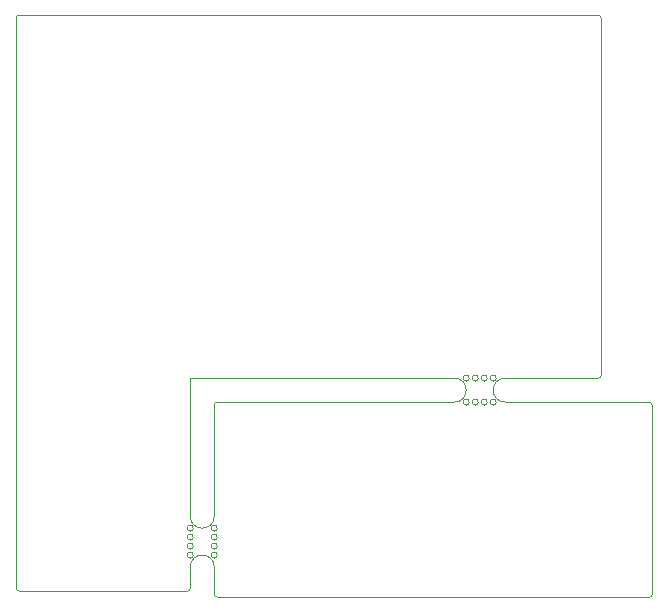
<source format=gbr>
%TF.GenerationSoftware,KiCad,Pcbnew,5.1.9*%
%TF.CreationDate,2021-03-07T20:19:58+01:00*%
%TF.ProjectId,obd32,6f626433-322e-46b6-9963-61645f706362,rev?*%
%TF.SameCoordinates,Original*%
%TF.FileFunction,Profile,NP*%
%FSLAX46Y46*%
G04 Gerber Fmt 4.6, Leading zero omitted, Abs format (unit mm)*
G04 Created by KiCad (PCBNEW 5.1.9) date 2021-03-07 20:19:58*
%MOMM*%
%LPD*%
G01*
G04 APERTURE LIST*
%TA.AperFunction,Profile*%
%ADD10C,0.050000*%
%TD*%
G04 APERTURE END LIST*
D10*
X211836000Y-105664000D02*
G75*
G03*
X211836000Y-105664000I-254000J0D01*
G01*
X211836000Y-106426000D02*
G75*
G03*
X211836000Y-106426000I-254000J0D01*
G01*
X211836000Y-107188000D02*
G75*
G03*
X211836000Y-107188000I-254000J0D01*
G01*
X211836000Y-107950000D02*
G75*
G03*
X211836000Y-107950000I-254000J0D01*
G01*
X213868000Y-105664000D02*
G75*
G03*
X213868000Y-105664000I-254000J0D01*
G01*
X213868000Y-106426000D02*
G75*
G03*
X213868000Y-106426000I-254000J0D01*
G01*
X213868000Y-107188000D02*
G75*
G03*
X213868000Y-107188000I-254000J0D01*
G01*
X213868000Y-107950000D02*
G75*
G03*
X213868000Y-107950000I-254000J0D01*
G01*
X237490000Y-94996000D02*
G75*
G03*
X237490000Y-94996000I-254000J0D01*
G01*
X236728000Y-94996000D02*
G75*
G03*
X236728000Y-94996000I-254000J0D01*
G01*
X235966000Y-94996000D02*
G75*
G03*
X235966000Y-94996000I-254000J0D01*
G01*
X235204000Y-94996000D02*
G75*
G03*
X235204000Y-94996000I-254000J0D01*
G01*
X237490000Y-92964000D02*
G75*
G03*
X237490000Y-92964000I-254000J0D01*
G01*
X236728000Y-92964000D02*
G75*
G03*
X236728000Y-92964000I-254000J0D01*
G01*
X235966000Y-92964000D02*
G75*
G03*
X235966000Y-92964000I-254000J0D01*
G01*
X235204000Y-92964000D02*
G75*
G03*
X235204000Y-92964000I-254000J0D01*
G01*
X211582000Y-92964000D02*
X211582000Y-104648000D01*
X233934000Y-92964000D02*
X211582000Y-92964000D01*
X213868000Y-94996000D02*
X233934000Y-94996000D01*
X213614000Y-104648000D02*
X213614000Y-95250000D01*
X213614000Y-104648000D02*
G75*
G02*
X211582000Y-104648000I-1016000J0D01*
G01*
X211582000Y-108966000D02*
G75*
G02*
X213614000Y-108966000I1016000J0D01*
G01*
X233934000Y-92964000D02*
G75*
G02*
X233934000Y-94996000I0J-1016000D01*
G01*
X238252000Y-94996000D02*
G75*
G02*
X238252000Y-92964000I0J1016000D01*
G01*
X250444000Y-94996000D02*
G75*
G02*
X250698000Y-95250000I0J-254000D01*
G01*
X250698000Y-111252000D02*
G75*
G02*
X250444000Y-111506000I-254000J0D01*
G01*
X213868000Y-111506000D02*
G75*
G02*
X213614000Y-111252000I0J254000D01*
G01*
X213614000Y-95250000D02*
G75*
G02*
X213868000Y-94996000I254000J0D01*
G01*
X211582000Y-110744000D02*
G75*
G02*
X211328000Y-110998000I-254000J0D01*
G01*
X197104000Y-110998000D02*
G75*
G02*
X196850000Y-110744000I0J254000D01*
G01*
X196850000Y-62484000D02*
G75*
G02*
X197104000Y-62230000I254000J0D01*
G01*
X246126000Y-62230000D02*
G75*
G02*
X246380000Y-62484000I0J-254000D01*
G01*
X246380000Y-92710000D02*
G75*
G02*
X246126000Y-92964000I-254000J0D01*
G01*
X250698000Y-111252000D02*
X250698000Y-95250000D01*
X213868000Y-111506000D02*
X250444000Y-111506000D01*
X213614000Y-108966000D02*
X213614000Y-111252000D01*
X250444000Y-94996000D02*
X238252000Y-94996000D01*
X238252000Y-92964000D02*
X246126000Y-92964000D01*
X211582000Y-110744000D02*
X211582000Y-108966000D01*
X196850000Y-110744000D02*
X196850000Y-62484000D01*
X211328000Y-110998000D02*
X197104000Y-110998000D01*
X246380000Y-92710000D02*
X246380000Y-62484000D01*
X197104000Y-62230000D02*
X246126000Y-62230000D01*
M02*

</source>
